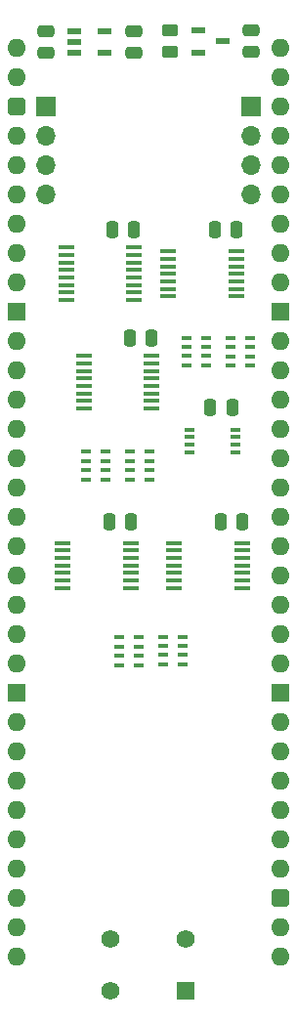
<source format=gts>
%TF.GenerationSoftware,KiCad,Pcbnew,8.0.4*%
%TF.CreationDate,2024-08-09T19:27:52+02:00*%
%TF.ProjectId,Quad MPU Clock Generator,51756164-204d-4505-9520-436c6f636b20,V1*%
%TF.SameCoordinates,PX54c81a0PY37b6b20*%
%TF.FileFunction,Soldermask,Top*%
%TF.FilePolarity,Negative*%
%FSLAX46Y46*%
G04 Gerber Fmt 4.6, Leading zero omitted, Abs format (unit mm)*
G04 Created by KiCad (PCBNEW 8.0.4) date 2024-08-09 19:27:52*
%MOMM*%
%LPD*%
G01*
G04 APERTURE LIST*
G04 Aperture macros list*
%AMRoundRect*
0 Rectangle with rounded corners*
0 $1 Rounding radius*
0 $2 $3 $4 $5 $6 $7 $8 $9 X,Y pos of 4 corners*
0 Add a 4 corners polygon primitive as box body*
4,1,4,$2,$3,$4,$5,$6,$7,$8,$9,$2,$3,0*
0 Add four circle primitives for the rounded corners*
1,1,$1+$1,$2,$3*
1,1,$1+$1,$4,$5*
1,1,$1+$1,$6,$7*
1,1,$1+$1,$8,$9*
0 Add four rect primitives between the rounded corners*
20,1,$1+$1,$2,$3,$4,$5,0*
20,1,$1+$1,$4,$5,$6,$7,0*
20,1,$1+$1,$6,$7,$8,$9,0*
20,1,$1+$1,$8,$9,$2,$3,0*%
G04 Aperture macros list end*
%ADD10RoundRect,0.250000X0.250000X0.475000X-0.250000X0.475000X-0.250000X-0.475000X0.250000X-0.475000X0*%
%ADD11R,1.150000X0.600000*%
%ADD12RoundRect,0.250000X-0.450000X0.262500X-0.450000X-0.262500X0.450000X-0.262500X0.450000X0.262500X0*%
%ADD13O,1.600000X1.600000*%
%ADD14RoundRect,0.400000X-0.400000X-0.400000X0.400000X-0.400000X0.400000X0.400000X-0.400000X0.400000X0*%
%ADD15R,1.600000X1.600000*%
%ADD16R,1.450000X0.450000*%
%ADD17R,0.950000X0.450000*%
%ADD18R,0.900000X0.450000*%
%ADD19R,1.700000X1.700000*%
%ADD20O,1.700000X1.700000*%
%ADD21R,1.475000X0.450000*%
%ADD22RoundRect,0.250000X0.475000X-0.250000X0.475000X0.250000X-0.475000X0.250000X-0.475000X-0.250000X0*%
%ADD23R,1.250000X0.600000*%
%ADD24R,1.575000X1.575000*%
%ADD25C,1.575000*%
G04 APERTURE END LIST*
D10*
%TO.C,C2*%
X10205000Y-15748000D03*
X8305000Y-15748000D03*
%TD*%
D11*
%TO.C,IC1*%
X5050000Y1458000D03*
X5050000Y508000D03*
X5050000Y-442000D03*
X7650000Y-442000D03*
X7650000Y1458000D03*
%TD*%
D12*
%TO.C,R2*%
X13345000Y1547500D03*
X13345000Y-277500D03*
%TD*%
D13*
%TO.C,J1*%
X0Y0D03*
X0Y-2540000D03*
D14*
X0Y-5080000D03*
D13*
X0Y-7620000D03*
X0Y-10160000D03*
X0Y-12700000D03*
X0Y-15240000D03*
X0Y-17780000D03*
X0Y-20320000D03*
D15*
X0Y-22860000D03*
D13*
X0Y-25400000D03*
X0Y-27940000D03*
X0Y-30480000D03*
X0Y-33020000D03*
X0Y-35560000D03*
X0Y-38100000D03*
X0Y-40640000D03*
X0Y-43180000D03*
X0Y-45720000D03*
X0Y-48260000D03*
X0Y-50800000D03*
X0Y-53340000D03*
D15*
X0Y-55880000D03*
D13*
X0Y-58420000D03*
X0Y-60960000D03*
X0Y-63500000D03*
X0Y-66040000D03*
X0Y-68580000D03*
X0Y-71120000D03*
X0Y-73660000D03*
X0Y-76200000D03*
X0Y-78740000D03*
X22860000Y-78740000D03*
X22860000Y-76200000D03*
D14*
X22860000Y-73660000D03*
D13*
X22860000Y-71120000D03*
X22860000Y-68580000D03*
X22860000Y-66040000D03*
X22860000Y-63500000D03*
X22860000Y-60960000D03*
X22860000Y-58420000D03*
D15*
X22860000Y-55880000D03*
D13*
X22860000Y-53340000D03*
X22860000Y-50800000D03*
X22860000Y-48260000D03*
X22860000Y-45720000D03*
X22860000Y-43180000D03*
X22860000Y-40640000D03*
X22860000Y-38100000D03*
X22860000Y-35560000D03*
X22860000Y-33020000D03*
X22860000Y-30480000D03*
X22860000Y-27940000D03*
X22860000Y-25400000D03*
D15*
X22860000Y-22860000D03*
D13*
X22860000Y-20320000D03*
X22860000Y-17780000D03*
X22860000Y-15240000D03*
X22860000Y-12700000D03*
X22860000Y-10160000D03*
X22860000Y-7620000D03*
X22860000Y-5080000D03*
X22860000Y-2540000D03*
X22860000Y0D03*
%TD*%
D16*
%TO.C,IC3*%
X5838000Y-26681000D03*
X5838000Y-27331000D03*
X5838000Y-27981000D03*
X5838000Y-28631000D03*
X5838000Y-29281000D03*
X5838000Y-29931000D03*
X5838000Y-30581000D03*
X5838000Y-31231000D03*
X11688000Y-31231000D03*
X11688000Y-30581000D03*
X11688000Y-29931000D03*
X11688000Y-29281000D03*
X11688000Y-28631000D03*
X11688000Y-27981000D03*
X11688000Y-27331000D03*
X11688000Y-26681000D03*
%TD*%
D17*
%TO.C,CN1*%
X16471000Y-27489000D03*
X16471000Y-26689000D03*
X16471000Y-25889000D03*
X16471000Y-25089000D03*
X14771000Y-25089000D03*
X14771000Y-25889000D03*
X14771000Y-26689000D03*
X14771000Y-27489000D03*
%TD*%
D18*
%TO.C,RN1*%
X18581000Y-25107999D03*
X18581000Y-25907999D03*
X18581000Y-26707999D03*
X18581000Y-27507999D03*
X20281000Y-27507999D03*
X20281000Y-26707999D03*
X20281000Y-25907999D03*
X20281000Y-25107999D03*
%TD*%
D17*
%TO.C,IC7*%
X15043000Y-33061000D03*
X15043000Y-33711000D03*
X15043000Y-34361000D03*
X15043000Y-35011000D03*
X18993000Y-35011000D03*
X18993000Y-34361000D03*
X18993000Y-33711000D03*
X18993000Y-33061000D03*
%TD*%
D19*
%TO.C,J13*%
X20320000Y-5080000D03*
D20*
X20320000Y-7620000D03*
X20320000Y-10160000D03*
X20320000Y-12700000D03*
%TD*%
D21*
%TO.C,IC10*%
X13191000Y-17608000D03*
X13191000Y-18258000D03*
X13191000Y-18908000D03*
X13191000Y-19558000D03*
X13191000Y-20208000D03*
X13191000Y-20858000D03*
X13191000Y-21508000D03*
X19067000Y-21508000D03*
X19067000Y-20858000D03*
X19067000Y-20208000D03*
X19067000Y-19558000D03*
X19067000Y-18908000D03*
X19067000Y-18258000D03*
X19067000Y-17608000D03*
%TD*%
D22*
%TO.C,C11*%
X10160000Y-426000D03*
X10160000Y1474000D03*
%TD*%
D19*
%TO.C,J12*%
X2540000Y-5080000D03*
D20*
X2540000Y-7620000D03*
X2540000Y-10160000D03*
X2540000Y-12700000D03*
%TD*%
D22*
%TO.C,C8*%
X20384000Y-345000D03*
X20384000Y1555000D03*
%TD*%
D23*
%TO.C,IC8*%
X15778000Y1539000D03*
X15778000Y-361000D03*
X17878000Y589000D03*
%TD*%
D21*
%TO.C,IC5*%
X4047000Y-42881000D03*
X4047000Y-43531000D03*
X4047000Y-44181000D03*
X4047000Y-44831000D03*
X4047000Y-45481000D03*
X4047000Y-46131000D03*
X4047000Y-46781000D03*
X9923000Y-46781000D03*
X9923000Y-46131000D03*
X9923000Y-45481000D03*
X9923000Y-44831000D03*
X9923000Y-44181000D03*
X9923000Y-43531000D03*
X9923000Y-42881000D03*
%TD*%
D24*
%TO.C,S2*%
X14680000Y-81661000D03*
D25*
X8180000Y-81661000D03*
X14680000Y-77161000D03*
X8180000Y-77161000D03*
%TD*%
D17*
%TO.C,CN2*%
X7747000Y-37376000D03*
X7747000Y-36576000D03*
X7747000Y-35776000D03*
X7747000Y-34976000D03*
X6047000Y-34976000D03*
X6047000Y-35776000D03*
X6047000Y-36576000D03*
X6047000Y-37376000D03*
%TD*%
D21*
%TO.C,IC6*%
X13699000Y-42881000D03*
X13699000Y-43531000D03*
X13699000Y-44181000D03*
X13699000Y-44831000D03*
X13699000Y-45481000D03*
X13699000Y-46131000D03*
X13699000Y-46781000D03*
X19575000Y-46781000D03*
X19575000Y-46131000D03*
X19575000Y-45481000D03*
X19575000Y-44831000D03*
X19575000Y-44181000D03*
X19575000Y-43531000D03*
X19575000Y-42881000D03*
%TD*%
D10*
%TO.C,C5*%
X9951000Y-41021000D03*
X8051000Y-41021000D03*
%TD*%
%TO.C,C6*%
X11729000Y-25120000D03*
X9829000Y-25120000D03*
%TD*%
%TO.C,C7*%
X18710000Y-31141000D03*
X16810000Y-31141000D03*
%TD*%
%TO.C,C1*%
X19095000Y-15748000D03*
X17195000Y-15748000D03*
%TD*%
D18*
%TO.C,RN3*%
X10629000Y-53454000D03*
X10629000Y-52654000D03*
X10629000Y-51854000D03*
X10629000Y-51054000D03*
X8929000Y-51054000D03*
X8929000Y-51854000D03*
X8929000Y-52654000D03*
X8929000Y-53454000D03*
%TD*%
D17*
%TO.C,CN3*%
X12739000Y-50997000D03*
X12739000Y-51797000D03*
X12739000Y-52597000D03*
X12739000Y-53397000D03*
X14439000Y-53397000D03*
X14439000Y-52597000D03*
X14439000Y-51797000D03*
X14439000Y-50997000D03*
%TD*%
D16*
%TO.C,IC2*%
X4314000Y-17283000D03*
X4314000Y-17933000D03*
X4314000Y-18583000D03*
X4314000Y-19233000D03*
X4314000Y-19883000D03*
X4314000Y-20533000D03*
X4314000Y-21183000D03*
X4314000Y-21833000D03*
X10164000Y-21833000D03*
X10164000Y-21183000D03*
X10164000Y-20533000D03*
X10164000Y-19883000D03*
X10164000Y-19233000D03*
X10164000Y-18583000D03*
X10164000Y-17933000D03*
X10164000Y-17283000D03*
%TD*%
D22*
%TO.C,C10*%
X2540000Y-426000D03*
X2540000Y1474000D03*
%TD*%
D10*
%TO.C,C4*%
X19603000Y-41021000D03*
X17703000Y-41021000D03*
%TD*%
D18*
%TO.C,RN2*%
X9857000Y-34975800D03*
X9857000Y-35775800D03*
X9857000Y-36575800D03*
X9857000Y-37375800D03*
X11557000Y-37375800D03*
X11557000Y-36575800D03*
X11557000Y-35775800D03*
X11557000Y-34975800D03*
%TD*%
M02*

</source>
